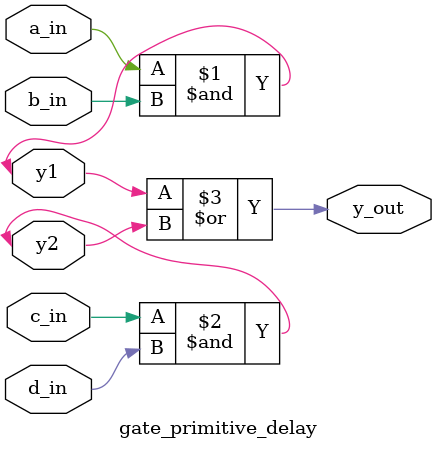
<source format=v>
`timescale 1ns / 1ps


module gate_primitive_delay(
    input a_in,
    input b_in,
    input c_in,
    input d_in,
    output y_out,
    inout y1,
    inout y2);
    
    
    and #3 U1(y1,a_in,b_in);
    and #4 U2(y2,c_in,d_in);
    or #5 U3 (y_out,y1,y2);
endmodule

</source>
